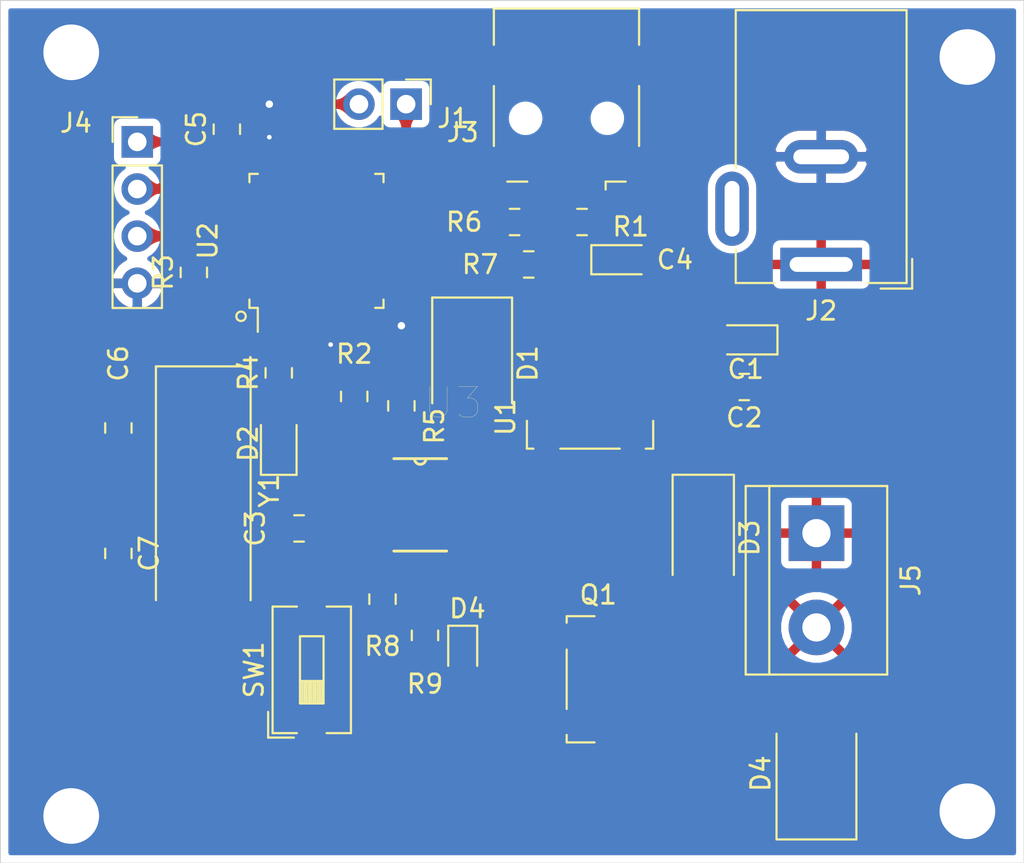
<source format=kicad_pcb>
(kicad_pcb (version 20171130) (host pcbnew "(5.1.5)-3")
  (layers (0 F.Cu signal) (31 B.Cu signal) (34 B.Paste user) (35 F.Paste user) (36 B.SilkS user) (37 F.SilkS user) (38 B.Mask user) (39 F.Mask user) (44 Edge.Cuts user))
  (net 0 "")
  (net 1 "Net-(C3-Pad2)")
  (net 2 "Net-(C6-Pad1)")
  (net 3 "Net-(C7-Pad2)")
  (net 4 "Net-(D2-Pad2)")
  (net 5 "Net-(D3-Pad2)")
  (net 6 "Net-(J1-Pad4)")
  (net 7 "Net-(J1-Pad3)")
  (net 8 "Net-(J1-Pad2)")
  (net 9 /RX)
  (net 10 /TX)
  (net 11 /CLK)
  (net 12 /DIO)
  (net 13 "Net-(R3-Pad2)")
  (net 14 /PWM_OUT)
  (net 15 /PWM_R)
  (net 16 /DP_ARM)
  (net 17 /DM_ARM)
  (net 18 "Net-(R8-Pad1)")
  (net 19 "Net-(U2-Pad46)")
  (net 20 "Net-(U2-Pad45)")
  (net 21 "Net-(U2-Pad43)")
  (net 22 "Net-(U2-Pad42)")
  (net 23 "Net-(U2-Pad41)")
  (net 24 "Net-(U2-Pad40)")
  (net 25 "Net-(U2-Pad39)")
  (net 26 "Net-(U2-Pad38)")
  (net 27 "Net-(U2-Pad29)")
  (net 28 "Net-(U2-Pad28)")
  (net 29 "Net-(U2-Pad27)")
  (net 30 "Net-(U2-Pad26)")
  (net 31 "Net-(U2-Pad25)")
  (net 32 "Net-(U2-Pad22)")
  (net 33 "Net-(U2-Pad21)")
  (net 34 "Net-(U2-Pad19)")
  (net 35 "Net-(U2-Pad18)")
  (net 36 "Net-(U2-Pad17)")
  (net 37 "Net-(U2-Pad16)")
  (net 38 "Net-(U2-Pad15)")
  (net 39 "Net-(U2-Pad14)")
  (net 40 "Net-(U2-Pad13)")
  (net 41 "Net-(U2-Pad12)")
  (net 42 "Net-(U2-Pad11)")
  (net 43 "Net-(U2-Pad4)")
  (net 44 "Net-(U2-Pad2)")
  (net 45 +3V3)
  (net 46 GND)
  (net 47 VDD)
  (net 48 "Net-(D4-Pad1)")
  (net 49 "Net-(J1-Pad1)")
  (net 50 "Net-(R4-Pad2)")
  (net 51 "Net-(U2-Pad20)")
  (net 52 "Net-(U3-Pad8)")
  (net 53 "Net-(U3-Pad5)")
  (net 54 "Net-(U3-Pad4)")
  (net 55 "Net-(U3-Pad1)")
  (module Connector_PinHeader_2.54mm:PinHeader_1x04_P2.54mm_Vertical (layer F.Cu) (at 164.592 38.862)
    (fp_text reference J4 (at -3.302 -1.016) (layer F.SilkS))
    (fp_text value SWD)
    (pad 4 thru_hole oval (at 0 7.62) (size 1.7 1.7) (drill 1) (layers *.Cu *.Mask) (net 46 GND))
    (pad 3 thru_hole oval (at 0 5.08) (size 1.7 1.7) (drill 1) (layers *.Cu *.Mask) (net 11 /CLK))
    (pad 2 thru_hole oval (at 0 2.54) (size 1.7 1.7) (drill 1) (layers *.Cu *.Mask) (net 45 +3V3))
    (pad 1 thru_hole rect (at 0 0) (size 1.7 1.7) (drill 1) (layers *.Cu *.Mask) (net 12 /DIO))
  )
  (module Resistor_SMD:R_0805_2012Metric (layer F.Cu) (at 167.64 45.8955 90)
    (fp_text reference R3 (at 0 -1.65 90) (layer F.SilkS))
    (fp_text value 10k)
    (pad 2 smd roundrect (at 0.9375 0 90) (size 0.975 1.4) (layers F.Cu F.Paste F.Mask) (net 13 "Net-(R3-Pad2)"))
    (pad 1 smd roundrect (at -0.9375 0 90) (size 0.975 1.4) (layers F.Cu F.Paste F.Mask) (net 46 GND))
  )
  (module Crystal:Crystal_SMD_HC49-SD (layer F.Cu) (at 168.148 57.658 270)
    (fp_text reference Y1 (at 0 -3.55 90) (layer F.SilkS))
    (fp_text value Crystal)
    (pad 2 smd rect (at 4.25 0 270) (size 4.5 2) (layers F.Cu F.Paste F.Mask) (net 3 "Net-(C7-Pad2)"))
    (pad 1 smd rect (at -4.25 0 270) (size 4.5 2) (layers F.Cu F.Paste F.Mask) (net 2 "Net-(C6-Pad1)"))
  )
  (module Package_TO_SOT_SMD:TO-252-2_TabPin1 (layer F.Cu) (at 188.976 53.117 90)
    (fp_text reference U1 (at -0.575 -4.55 90) (layer F.SilkS))
    (fp_text value LD1117S33TR_SOT223)
    (pad 2 smd rect (at 2.825 0 90) (size 7 7) (layers F.Cu F.Mask) (net 45 +3V3))
    (pad 3 smd rect (at -4.575 2.28 90) (size 3.5 2) (layers F.Cu F.Paste F.Mask) (net 47 VDD))
    (pad 1 smd rect (at -4.575 -2.3 90) (size 3.5 2) (layers F.Cu F.Paste F.Mask) (net 46 GND))
  )
  (module Package_TO_SOT_SMD:TO-252-2_TabPin1 (layer F.Cu) (at 189.992 67.818)
    (fp_text reference Q1 (at -0.575 -4.55) (layer F.SilkS))
    (fp_text value IRLZ44N)
    (pad 2 smd rect (at 2.825 0) (size 7 7) (layers F.Cu F.Mask) (net 5 "Net-(D3-Pad2)"))
    (pad 3 smd rect (at -4.575 2.28) (size 3.5 2) (layers F.Cu F.Paste F.Mask) (net 46 GND))
    (pad 1 smd rect (at -4.575 -2.3) (size 3.5 2) (layers F.Cu F.Paste F.Mask) (net 48 "Net-(D4-Pad1)"))
  )
  (module MOS_Drivers:SOIC127P600X175-8N (layer F.Cu) (at 179.832 58.42)
    (fp_text reference U3 (at 1.75579 -5.49641) (layer F.SilkS) (effects (font (size 1.642992 1.642992) (thickness 0.015))))
    (fp_text value IRS4427SPBF)
    (pad 8 smd rect (at 2.4638 -1.905) (size 1.9812 0.508) (layers F.Cu F.Paste F.Mask) (net 52 "Net-(U3-Pad8)"))
    (pad 7 smd rect (at 2.4638 -0.635) (size 1.9812 0.508) (layers F.Cu F.Paste F.Mask) (net 18 "Net-(R8-Pad1)"))
    (pad 6 smd rect (at 2.4638 0.635) (size 1.9812 0.508) (layers F.Cu F.Paste F.Mask) (net 47 VDD))
    (pad 5 smd rect (at 2.4638 1.905) (size 1.9812 0.508) (layers F.Cu F.Paste F.Mask) (net 53 "Net-(U3-Pad5)"))
    (pad 4 smd rect (at -2.4638 1.905) (size 1.9812 0.508) (layers F.Cu F.Paste F.Mask) (net 54 "Net-(U3-Pad4)"))
    (pad 3 smd rect (at -2.4638 0.635) (size 1.9812 0.508) (layers F.Cu F.Paste F.Mask) (net 46 GND))
    (pad 2 smd rect (at -2.4638 -0.635) (size 1.9812 0.508) (layers F.Cu F.Paste F.Mask) (net 15 /PWM_R))
    (pad 1 smd rect (at -2.4638 -1.905) (size 1.9812 0.508) (layers F.Cu F.Paste F.Mask) (net 55 "Net-(U3-Pad1)"))
  )
  (module Resistor_SMD:R_0805_2012Metric (layer F.Cu) (at 172.212 51.308 90)
    (fp_text reference R4 (at 0 -1.65 90) (layer F.SilkS))
    (fp_text value 10k)
    (pad 2 smd roundrect (at 0.9375 0 90) (size 0.975 1.4) (layers F.Cu F.Paste F.Mask) (net 50 "Net-(R4-Pad2)"))
    (pad 1 smd roundrect (at -0.9375 0 90) (size 0.975 1.4) (layers F.Cu F.Paste F.Mask) (net 4 "Net-(D2-Pad2)"))
  )
  (module Diode_SMD:D_MicroMELF (layer F.Cu) (at 182.118 66.294 270)
    (fp_text reference D4 (at -2.286 -0.254 180) (layer F.SilkS))
    (fp_text value ZM4740A_10V)
    (pad 2 smd rect (at 0.8 0 270) (size 0.8 1.2) (layers F.Cu F.Paste F.Mask) (net 46 GND))
    (pad 1 smd rect (at -0.8 0 270) (size 0.8 1.2) (layers F.Cu F.Paste F.Mask) (net 48 "Net-(D4-Pad1)"))
  )
  (module LED_SMD:LED_0805_2012Metric (layer F.Cu) (at 172.212 55.118 90)
    (fp_text reference D2 (at 0 -1.65 90) (layer F.SilkS))
    (fp_text value LED_Small)
    (pad 2 smd roundrect (at 0.9375 0 90) (size 0.975 1.4) (layers F.Cu F.Paste F.Mask) (net 4 "Net-(D2-Pad2)"))
    (pad 1 smd roundrect (at -0.9375 0 90) (size 0.975 1.4) (layers F.Cu F.Paste F.Mask) (net 46 GND))
  )
  (module Connector_PinHeader_2.54mm:PinHeader_1x02_P2.54mm_Vertical (layer F.Cu) (at 179.07 36.83 270)
    (fp_text reference J3 (at 1.524 -3.048 180) (layer F.SilkS))
    (fp_text value UART)
    (pad 2 thru_hole oval (at 0 2.54 270) (size 1.7 1.7) (drill 1) (layers *.Cu *.Mask) (net 9 /RX))
    (pad 1 thru_hole rect (at 0 0 270) (size 1.7 1.7) (drill 1) (layers *.Cu *.Mask) (net 10 /TX))
  )
  (module Package_QFP:LQFP-48_7x7mm_P0.5mm (layer F.Cu) (at 174.244 44.196 90)
    (fp_text reference U2 (at 0 -5.85 90) (layer F.SilkS))
    (fp_text value STM32F103C8Tx)
    (pad 48 smd roundrect (at -2.75 -4.1625 90) (size 0.3 1.475) (layers F.Cu F.Paste F.Mask) (net 45 +3V3))
    (pad 47 smd roundrect (at -2.25 -4.1625 90) (size 0.3 1.475) (layers F.Cu F.Paste F.Mask) (net 46 GND))
    (pad 46 smd roundrect (at -1.75 -4.1625 90) (size 0.3 1.475) (layers F.Cu F.Paste F.Mask) (net 19 "Net-(U2-Pad46)"))
    (pad 45 smd roundrect (at -1.25 -4.1625 90) (size 0.3 1.475) (layers F.Cu F.Paste F.Mask) (net 20 "Net-(U2-Pad45)"))
    (pad 44 smd roundrect (at -0.75 -4.1625 90) (size 0.3 1.475) (layers F.Cu F.Paste F.Mask) (net 13 "Net-(R3-Pad2)"))
    (pad 43 smd roundrect (at -0.25 -4.1625 90) (size 0.3 1.475) (layers F.Cu F.Paste F.Mask) (net 21 "Net-(U2-Pad43)"))
    (pad 42 smd roundrect (at 0.25 -4.1625 90) (size 0.3 1.475) (layers F.Cu F.Paste F.Mask) (net 22 "Net-(U2-Pad42)"))
    (pad 41 smd roundrect (at 0.75 -4.1625 90) (size 0.3 1.475) (layers F.Cu F.Paste F.Mask) (net 23 "Net-(U2-Pad41)"))
    (pad 40 smd roundrect (at 1.25 -4.1625 90) (size 0.3 1.475) (layers F.Cu F.Paste F.Mask) (net 24 "Net-(U2-Pad40)"))
    (pad 39 smd roundrect (at 1.75 -4.1625 90) (size 0.3 1.475) (layers F.Cu F.Paste F.Mask) (net 25 "Net-(U2-Pad39)"))
    (pad 38 smd roundrect (at 2.25 -4.1625 90) (size 0.3 1.475) (layers F.Cu F.Paste F.Mask) (net 26 "Net-(U2-Pad38)"))
    (pad 37 smd roundrect (at 2.75 -4.1625 90) (size 0.3 1.475) (layers F.Cu F.Paste F.Mask) (net 11 /CLK))
    (pad 36 smd roundrect (at 4.1625 -2.75 90) (size 1.475 0.3) (layers F.Cu F.Paste F.Mask) (net 45 +3V3))
    (pad 35 smd roundrect (at 4.1625 -2.25 90) (size 1.475 0.3) (layers F.Cu F.Paste F.Mask) (net 46 GND))
    (pad 34 smd roundrect (at 4.1625 -1.75 90) (size 1.475 0.3) (layers F.Cu F.Paste F.Mask) (net 12 /DIO))
    (pad 33 smd roundrect (at 4.1625 -1.25 90) (size 1.475 0.3) (layers F.Cu F.Paste F.Mask) (net 16 /DP_ARM))
    (pad 32 smd roundrect (at 4.1625 -0.75 90) (size 1.475 0.3) (layers F.Cu F.Paste F.Mask) (net 17 /DM_ARM))
    (pad 31 smd roundrect (at 4.1625 -0.25 90) (size 1.475 0.3) (layers F.Cu F.Paste F.Mask) (net 9 /RX))
    (pad 30 smd roundrect (at 4.1625 0.25 90) (size 1.475 0.3) (layers F.Cu F.Paste F.Mask) (net 10 /TX))
    (pad 29 smd roundrect (at 4.1625 0.75 90) (size 1.475 0.3) (layers F.Cu F.Paste F.Mask) (net 27 "Net-(U2-Pad29)"))
    (pad 28 smd roundrect (at 4.1625 1.25 90) (size 1.475 0.3) (layers F.Cu F.Paste F.Mask) (net 28 "Net-(U2-Pad28)"))
    (pad 27 smd roundrect (at 4.1625 1.75 90) (size 1.475 0.3) (layers F.Cu F.Paste F.Mask) (net 29 "Net-(U2-Pad27)"))
    (pad 26 smd roundrect (at 4.1625 2.25 90) (size 1.475 0.3) (layers F.Cu F.Paste F.Mask) (net 30 "Net-(U2-Pad26)"))
    (pad 25 smd roundrect (at 4.1625 2.75 90) (size 1.475 0.3) (layers F.Cu F.Paste F.Mask) (net 31 "Net-(U2-Pad25)"))
    (pad 24 smd roundrect (at 2.75 4.1625 90) (size 0.3 1.475) (layers F.Cu F.Paste F.Mask) (net 45 +3V3))
    (pad 23 smd roundrect (at 2.25 4.1625 90) (size 0.3 1.475) (layers F.Cu F.Paste F.Mask) (net 46 GND))
    (pad 22 smd roundrect (at 1.75 4.1625 90) (size 0.3 1.475) (layers F.Cu F.Paste F.Mask) (net 32 "Net-(U2-Pad22)"))
    (pad 21 smd roundrect (at 1.25 4.1625 90) (size 0.3 1.475) (layers F.Cu F.Paste F.Mask) (net 33 "Net-(U2-Pad21)"))
    (pad 20 smd roundrect (at 0.75 4.1625 90) (size 0.3 1.475) (layers F.Cu F.Paste F.Mask) (net 51 "Net-(U2-Pad20)"))
    (pad 19 smd roundrect (at 0.25 4.1625 90) (size 0.3 1.475) (layers F.Cu F.Paste F.Mask) (net 34 "Net-(U2-Pad19)"))
    (pad 18 smd roundrect (at -0.25 4.1625 90) (size 0.3 1.475) (layers F.Cu F.Paste F.Mask) (net 35 "Net-(U2-Pad18)"))
    (pad 17 smd roundrect (at -0.75 4.1625 90) (size 0.3 1.475) (layers F.Cu F.Paste F.Mask) (net 36 "Net-(U2-Pad17)"))
    (pad 16 smd roundrect (at -1.25 4.1625 90) (size 0.3 1.475) (layers F.Cu F.Paste F.Mask) (net 37 "Net-(U2-Pad16)"))
    (pad 15 smd roundrect (at -1.75 4.1625 90) (size 0.3 1.475) (layers F.Cu F.Paste F.Mask) (net 38 "Net-(U2-Pad15)"))
    (pad 14 smd roundrect (at -2.25 4.1625 90) (size 0.3 1.475) (layers F.Cu F.Paste F.Mask) (net 39 "Net-(U2-Pad14)"))
    (pad 13 smd roundrect (at -2.75 4.1625 90) (size 0.3 1.475) (layers F.Cu F.Paste F.Mask) (net 40 "Net-(U2-Pad13)"))
    (pad 12 smd roundrect (at -4.1625 2.75 90) (size 1.475 0.3) (layers F.Cu F.Paste F.Mask) (net 41 "Net-(U2-Pad12)"))
    (pad 11 smd roundrect (at -4.1625 2.25 90) (size 1.475 0.3) (layers F.Cu F.Paste F.Mask) (net 42 "Net-(U2-Pad11)"))
    (pad 10 smd roundrect (at -4.1625 1.75 90) (size 1.475 0.3) (layers F.Cu F.Paste F.Mask) (net 14 /PWM_OUT))
    (pad 9 smd roundrect (at -4.1625 1.25 90) (size 1.475 0.3) (layers F.Cu F.Paste F.Mask) (net 45 +3V3))
    (pad 8 smd roundrect (at -4.1625 0.75 90) (size 1.475 0.3) (layers F.Cu F.Paste F.Mask) (net 46 GND))
    (pad 7 smd roundrect (at -4.1625 0.25 90) (size 1.475 0.3) (layers F.Cu F.Paste F.Mask) (net 1 "Net-(C3-Pad2)"))
    (pad 6 smd roundrect (at -4.1625 -0.25 90) (size 1.475 0.3) (layers F.Cu F.Paste F.Mask) (net 3 "Net-(C7-Pad2)"))
    (pad 5 smd roundrect (at -4.1625 -0.75 90) (size 1.475 0.3) (layers F.Cu F.Paste F.Mask) (net 2 "Net-(C6-Pad1)"))
    (pad 4 smd roundrect (at -4.1625 -1.25 90) (size 1.475 0.3) (layers F.Cu F.Paste F.Mask) (net 43 "Net-(U2-Pad4)"))
    (pad 3 smd roundrect (at -4.1625 -1.75 90) (size 1.475 0.3) (layers F.Cu F.Paste F.Mask) (net 50 "Net-(R4-Pad2)"))
    (pad 2 smd roundrect (at -4.1625 -2.25 90) (size 1.475 0.3) (layers F.Cu F.Paste F.Mask) (net 44 "Net-(U2-Pad2)"))
    (pad 1 smd roundrect (at -4.1625 -2.75 90) (size 1.475 0.3) (layers F.Cu F.Paste F.Mask) (net 45 +3V3))
  )
  (module Diode_SMD:D_SMB (layer F.Cu) (at 201.168 72.898 90)
    (fp_text reference D4 (at 0 -3 90) (layer F.SilkS))
    (fp_text value 1.5KExxCA)
    (pad 2 smd rect (at 2.15 0 90) (size 2.5 2.3) (layers F.Cu F.Paste F.Mask) (net 5 "Net-(D3-Pad2)"))
    (pad 1 smd rect (at -2.15 0 90) (size 2.5 2.3) (layers F.Cu F.Paste F.Mask) (net 46 GND))
  )
  (module Diode_SMD:D_SMB (layer F.Cu) (at 182.626 50.8 270)
    (fp_text reference D1 (at 0 -3 90) (layer F.SilkS))
    (fp_text value 1.5KExxCA)
    (pad 2 smd rect (at 2.15 0 270) (size 2.5 2.3) (layers F.Cu F.Paste F.Mask) (net 46 GND))
    (pad 1 smd rect (at -2.15 0 270) (size 2.5 2.3) (layers F.Cu F.Paste F.Mask) (net 45 +3V3))
  )
  (module Button_Switch_SMD:SW_DIP_SPSTx01_Slide_6.7x4.1mm_W8.61mm_P2.54mm_LowProfile (layer F.Cu) (at 173.99 67.31 90)
    (fp_text reference SW1 (at 0 -3.11 90) (layer F.SilkS))
    (fp_text value RST)
    (pad 2 smd rect (at 4.305 0 90) (size 2.44 1.12) (layers F.Cu F.Paste F.Mask) (net 1 "Net-(C3-Pad2)"))
    (pad 1 smd rect (at -4.305 0 90) (size 2.44 1.12) (layers F.Cu F.Paste F.Mask) (net 46 GND))
  )
  (module Resistor_SMD:R_0805_2012Metric (layer F.Cu) (at 180.086 65.4535 90)
    (fp_text reference R9 (at -2.6185 0 180) (layer F.SilkS))
    (fp_text value 10k)
    (pad 2 smd roundrect (at 0.9375 0 90) (size 0.975 1.4) (layers F.Cu F.Paste F.Mask) (net 48 "Net-(D4-Pad1)"))
    (pad 1 smd roundrect (at -0.9375 0 90) (size 0.975 1.4) (layers F.Cu F.Paste F.Mask) (net 46 GND))
  )
  (module Resistor_SMD:R_0805_2012Metric (layer F.Cu) (at 177.8 63.5 270)
    (fp_text reference R8 (at 2.54 0 180) (layer F.SilkS))
    (fp_text value 500)
    (pad 2 smd roundrect (at 0.9375 0 270) (size 0.975 1.4) (layers F.Cu F.Paste F.Mask) (net 48 "Net-(D4-Pad1)"))
    (pad 1 smd roundrect (at -0.9375 0 270) (size 0.975 1.4) (layers F.Cu F.Paste F.Mask) (net 18 "Net-(R8-Pad1)"))
  )
  (module Resistor_SMD:R_0805_2012Metric (layer F.Cu) (at 185.674 45.466 180)
    (fp_text reference R7 (at 2.6185 0) (layer F.SilkS))
    (fp_text value 22)
    (pad 2 smd roundrect (at 0.9375 0 180) (size 0.975 1.4) (layers F.Cu F.Paste F.Mask) (net 17 /DM_ARM))
    (pad 1 smd roundrect (at -0.9375 0 180) (size 0.975 1.4) (layers F.Cu F.Paste F.Mask) (net 8 "Net-(J1-Pad2)"))
  )
  (module Resistor_SMD:R_0805_2012Metric (layer F.Cu) (at 184.912 43.18 180)
    (fp_text reference R6 (at 2.7155 0) (layer F.SilkS))
    (fp_text value 22)
    (pad 2 smd roundrect (at 0.9375 0 180) (size 0.975 1.4) (layers F.Cu F.Paste F.Mask) (net 16 /DP_ARM))
    (pad 1 smd roundrect (at -0.9375 0 180) (size 0.975 1.4) (layers F.Cu F.Paste F.Mask) (net 7 "Net-(J1-Pad3)"))
  )
  (module Resistor_SMD:R_0805_2012Metric (layer F.Cu) (at 178.816 53.086 90)
    (fp_text reference R5 (at -1.0945 1.778 90) (layer F.SilkS))
    (fp_text value 10)
    (pad 2 smd roundrect (at 0.9375 0 90) (size 0.975 1.4) (layers F.Cu F.Paste F.Mask) (net 14 /PWM_OUT))
    (pad 1 smd roundrect (at -0.9375 0 90) (size 0.975 1.4) (layers F.Cu F.Paste F.Mask) (net 15 /PWM_R))
  )
  (module Resistor_SMD:R_0805_2012Metric (layer F.Cu) (at 176.276 52.578 270)
    (fp_text reference R2 (at -2.286 0) (layer F.SilkS))
    (fp_text value 1k)
    (pad 2 smd roundrect (at 0.9375 0 270) (size 0.975 1.4) (layers F.Cu F.Paste F.Mask) (net 1 "Net-(C3-Pad2)"))
    (pad 1 smd roundrect (at -0.9375 0 270) (size 0.975 1.4) (layers F.Cu F.Paste F.Mask) (net 45 +3V3))
  )
  (module Resistor_SMD:R_0805_2012Metric (layer F.Cu) (at 188.5465 43.18 180)
    (fp_text reference R1 (at -2.6185 -0.254) (layer F.SilkS))
    (fp_text value 1.5k)
    (pad 2 smd roundrect (at 0.9375 0 180) (size 0.975 1.4) (layers F.Cu F.Paste F.Mask) (net 7 "Net-(J1-Pad3)"))
    (pad 1 smd roundrect (at -0.9375 0 180) (size 0.975 1.4) (layers F.Cu F.Paste F.Mask) (net 45 +3V3))
  )
  (module TerminalBlock:TerminalBlock_bornier-2_P5.08mm (layer F.Cu) (at 201.168 59.944 270)
    (fp_text reference J5 (at 2.54 -5.08 90) (layer F.SilkS))
    (fp_text value FAN)
    (pad 2 thru_hole circle (at 5.08 0 270) (size 3 3) (drill 1.52) (layers *.Cu *.Mask) (net 5 "Net-(D3-Pad2)"))
    (pad 1 thru_hole rect (at 0 0 270) (size 3 3) (drill 1.52) (layers *.Cu *.Mask) (net 47 VDD))
  )
  (module Connector_BarrelJack:BarrelJack_Wuerth_6941xx301002 (layer F.Cu) (at 201.422 45.466 180)
    (fp_text reference J2 (at 0 -2.5) (layer F.SilkS))
    (fp_text value Jack-DC)
    (pad 1 thru_hole rect (at 0 0 180) (size 4.4 1.8) (drill oval 3.4 0.8) (layers *.Cu *.Mask) (net 47 VDD))
    (pad 2 thru_hole oval (at 0 5.8 180) (size 4 1.8) (drill oval 3 0.8) (layers *.Cu *.Mask) (net 46 GND))
    (pad 3 thru_hole oval (at 4.8 3 270) (size 4 1.8) (drill oval 3 0.8) (layers *.Cu *.Mask))
  )
  (module Connector_USB:USB_Mini-B_Lumberg_2486_01_Horizontal (layer F.Cu) (at 187.706 37.592 180)
    (fp_text reference J1 (at 6.096 0 180) (layer F.SilkS))
    (fp_text value USB_B_Micro)
    (pad "" np_thru_hole circle (at 2.2 0 180) (size 1 1) (drill 1) (layers *.Cu *.Mask))
    (pad "" np_thru_hole circle (at -2.2 0 180) (size 1 1) (drill 1) (layers *.Cu *.Mask))
    (pad 6 smd rect (at 4.45 2.85 180) (size 2 1.7) (layers F.Cu F.Paste F.Mask) (net 46 GND))
    (pad 6 smd rect (at 4.45 -2.6 180) (size 2 1.7) (layers F.Cu F.Paste F.Mask) (net 46 GND))
    (pad 6 smd rect (at -4.45 2.85 180) (size 2 1.7) (layers F.Cu F.Paste F.Mask) (net 46 GND))
    (pad 6 smd rect (at -4.45 -2.6 180) (size 2 1.7) (layers F.Cu F.Paste F.Mask) (net 46 GND))
    (pad 5 smd rect (at 1.6 -2.7 180) (size 0.5 2) (layers F.Cu F.Paste F.Mask) (net 46 GND))
    (pad 4 smd rect (at 0.8 -2.7 180) (size 0.5 2) (layers F.Cu F.Paste F.Mask) (net 6 "Net-(J1-Pad4)"))
    (pad 3 smd rect (at 0 -2.7 180) (size 0.5 2) (layers F.Cu F.Paste F.Mask) (net 7 "Net-(J1-Pad3)"))
    (pad 2 smd rect (at -0.8 -2.7 180) (size 0.5 2) (layers F.Cu F.Paste F.Mask) (net 8 "Net-(J1-Pad2)"))
    (pad 1 smd rect (at -1.6 -2.7 180) (size 0.5 2) (layers F.Cu F.Paste F.Mask) (net 49 "Net-(J1-Pad1)"))
  )
  (module Diode_SMD:D_SMA (layer F.Cu) (at 195.072 60.198 270)
    (fp_text reference D3 (at 0 -2.5 90) (layer F.SilkS))
    (fp_text value B120-E3)
    (pad 2 smd rect (at 2 0 270) (size 2.5 1.8) (layers F.Cu F.Paste F.Mask) (net 5 "Net-(D3-Pad2)"))
    (pad 1 smd rect (at -2 0 270) (size 2.5 1.8) (layers F.Cu F.Paste F.Mask) (net 47 VDD))
  )
  (module Capacitor_SMD:C_0805_2012Metric (layer F.Cu) (at 163.576 61.0385 270)
    (fp_text reference C7 (at 0 -1.65 90) (layer F.SilkS))
    (fp_text value 22pF)
    (pad 2 smd roundrect (at 0.9375 0 270) (size 0.975 1.4) (layers F.Cu F.Paste F.Mask) (net 3 "Net-(C7-Pad2)"))
    (pad 1 smd roundrect (at -0.9375 0 270) (size 0.975 1.4) (layers F.Cu F.Paste F.Mask) (net 46 GND))
  )
  (module Capacitor_SMD:C_0805_2012Metric (layer F.Cu) (at 163.576 54.2775 270)
    (fp_text reference C6 (at -3.4775 0 90) (layer F.SilkS))
    (fp_text value 22pF)
    (pad 2 smd roundrect (at 0.9375 0 270) (size 0.975 1.4) (layers F.Cu F.Paste F.Mask) (net 46 GND))
    (pad 1 smd roundrect (at -0.9375 0 270) (size 0.975 1.4) (layers F.Cu F.Paste F.Mask) (net 2 "Net-(C6-Pad1)"))
  )
  (module Capacitor_SMD:C_0805_2012Metric (layer F.Cu) (at 169.418 38.1785 90)
    (fp_text reference C5 (at 0 -1.65 90) (layer F.SilkS))
    (fp_text value 100pF)
    (pad 2 smd roundrect (at 0.9375 0 90) (size 0.975 1.4) (layers F.Cu F.Paste F.Mask) (net 46 GND))
    (pad 1 smd roundrect (at -0.9375 0 90) (size 0.975 1.4) (layers F.Cu F.Paste F.Mask) (net 45 +3V3))
  )
  (module Capacitor_Tantalum_SMD:CP_EIA-2012-12_Kemet-R (layer F.Cu) (at 190.754 45.212)
    (fp_text reference C4 (at 2.794 0) (layer F.SilkS))
    (fp_text value 10uF)
    (pad 2 smd roundrect (at 0.8875 0) (size 1.125 1.05) (layers F.Cu F.Paste F.Mask) (roundrect_rratio 0.238095) (net 46 GND))
    (pad 1 smd roundrect (at -0.8875 0) (size 1.125 1.05) (layers F.Cu F.Paste F.Mask) (roundrect_rratio 0.238095) (net 45 +3V3))
  )
  (module Capacitor_SMD:C_0805_2012Metric (layer F.Cu) (at 173.3065 59.69)
    (fp_text reference C3 (at -2.3645 0 -90) (layer F.SilkS))
    (fp_text value 0.1uF)
    (pad 2 smd roundrect (at 0.9375 0) (size 0.975 1.4) (layers F.Cu F.Paste F.Mask) (net 1 "Net-(C3-Pad2)"))
    (pad 1 smd roundrect (at -0.9375 0) (size 0.975 1.4) (layers F.Cu F.Paste F.Mask) (net 46 GND))
  )
  (module Capacitor_SMD:C_0805_2012Metric (layer F.Cu) (at 197.2795 52.07 180)
    (fp_text reference C2 (at 0 -1.65) (layer F.SilkS))
    (fp_text value 100pF)
    (pad 2 smd roundrect (at 0.9375 0 180) (size 0.975 1.4) (layers F.Cu F.Paste F.Mask) (net 46 GND))
    (pad 1 smd roundrect (at -0.9375 0 180) (size 0.975 1.4) (layers F.Cu F.Paste F.Mask) (net 47 VDD))
  )
  (module Capacitor_Tantalum_SMD:CP_EIA-2012-12_Kemet-R (layer F.Cu) (at 197.358 49.53 180)
    (fp_text reference C1 (at 0 -1.58) (layer F.SilkS))
    (fp_text value 22uF)
    (pad 2 smd roundrect (at 0.8875 0 180) (size 1.125 1.05) (layers F.Cu F.Paste F.Mask) (roundrect_rratio 0.238095) (net 46 GND))
    (pad 1 smd roundrect (at -0.8875 0 180) (size 1.125 1.05) (layers F.Cu F.Paste F.Mask) (roundrect_rratio 0.238095) (net 47 VDD))
  )
  (gr_text "TCL V1.1" (at 164.592 68.834) (layer F.Cu) (effects (font (size 1.5 1.5) (thickness 0.3))))
  (gr_circle (center 170.18 48.26) (end 170.434 48.26) (layer F.SilkS) (width 0.12))
  (gr_line (start 157.226 31.242) (end 157.226 32.766) (layer Edge.Cuts) (width 0.05))
  (gr_line (start 212.344 31.242) (end 157.226 31.242) (layer Edge.Cuts) (width 0.05))
  (gr_line (start 212.344 77.724) (end 212.344 31.242) (layer Edge.Cuts) (width 0.05))
  (gr_line (start 157.226 77.724) (end 212.344 77.724) (layer Edge.Cuts) (width 0.05))
  (gr_line (start 157.226 32.766) (end 157.226 77.724) (layer Edge.Cuts) (width 0.05))
  (segment (start 174.494 48.3585) (end 174.494 53.336) (width 0.25) (layer F.Cu) (net 1))
  (segment (start 174.6735 53.5155) (end 176.276 53.5155) (width 0.25) (layer F.Cu) (net 1))
  (segment (start 174.494 53.336) (end 174.6735 53.5155) (width 0.25) (layer F.Cu) (net 1))
  (segment (start 174.244 60.831) (end 174.244 59.69) (width 0.7) (layer F.Cu) (net 1))
  (segment (start 173.99 63.005) (end 173.99 61.085) (width 0.7) (layer F.Cu) (net 1))
  (segment (start 173.99 61.085) (end 174.244 60.831) (width 0.7) (layer F.Cu) (net 1))
  (segment (start 174.51901 56.36699) (end 176.276 54.61) (width 0.4) (layer F.Cu) (net 1))
  (segment (start 176.276 54.61) (end 176.276 53.5155) (width 0.4) (layer F.Cu) (net 1))
  (segment (start 174.51901 57.617466) (end 174.51901 56.36699) (width 0.4) (layer F.Cu) (net 1))
  (segment (start 174.244 59.69) (end 174.244 57.892476) (width 0.4) (layer F.Cu) (net 1))
  (segment (start 174.244 57.892476) (end 174.51901 57.617466) (width 0.4) (layer F.Cu) (net 1))
  (segment (start 168.08 53.34) (end 168.148 53.408) (width 0.5) (layer F.Cu) (net 2))
  (segment (start 163.576 53.34) (end 168.08 53.34) (width 0.7) (layer F.Cu) (net 2))
  (segment (start 173.494 57.138) (end 173.494 48.3585) (width 0.25) (layer F.Cu) (net 2))
  (segment (start 172.974 57.658) (end 173.494 57.138) (width 0.25) (layer F.Cu) (net 2))
  (segment (start 168.656 57.658) (end 172.974 57.658) (width 0.25) (layer F.Cu) (net 2))
  (segment (start 168.148 53.408) (end 168.148 57.15) (width 0.25) (layer F.Cu) (net 2))
  (segment (start 168.148 57.15) (end 168.656 57.658) (width 0.25) (layer F.Cu) (net 2))
  (segment (start 168.148 61.908) (end 168.148 58.674) (width 0.25) (layer F.Cu) (net 3))
  (segment (start 168.148 58.674) (end 168.656 58.166) (width 0.25) (layer F.Cu) (net 3))
  (segment (start 168.656 58.166) (end 173.228 58.166) (width 0.25) (layer F.Cu) (net 3))
  (segment (start 173.994 57.4) (end 173.994 48.3585) (width 0.25) (layer F.Cu) (net 3))
  (segment (start 173.228 58.166) (end 173.994 57.4) (width 0.25) (layer F.Cu) (net 3))
  (segment (start 168.08 61.976) (end 168.148 61.908) (width 0.5) (layer F.Cu) (net 3))
  (segment (start 163.576 61.976) (end 168.08 61.976) (width 0.7) (layer F.Cu) (net 3))
  (segment (start 172.212 52.2455) (end 172.212 54.1805) (width 0.7) (layer F.Cu) (net 4))
  (segment (start 187.5305 43.18) (end 185.8495 43.18) (width 0.7) (layer F.Cu) (net 7))
  (segment (start 187.706 43.083) (end 187.609 43.18) (width 0.4) (layer F.Cu) (net 7))
  (segment (start 187.706 40.292) (end 187.706 43.083) (width 0.4) (layer F.Cu) (net 7))
  (segment (start 188.506 40.292) (end 188.506 44.92) (width 0.4) (layer F.Cu) (net 8))
  (segment (start 187.96 45.466) (end 186.6115 45.466) (width 0.4) (layer F.Cu) (net 8))
  (segment (start 188.506 44.92) (end 187.96 45.466) (width 0.4) (layer F.Cu) (net 8))
  (segment (start 176.53 36.83) (end 175.327919 36.83) (width 0.5) (layer F.Cu) (net 9))
  (segment (start 174.244 36.83) (end 174.06901 37.00499) (width 0.5) (layer F.Cu) (net 9))
  (segment (start 175.327919 36.83) (end 174.244 36.83) (width 0.5) (layer F.Cu) (net 9))
  (segment (start 173.994 40.0335) (end 173.994 37.088) (width 0.25) (layer F.Cu) (net 9))
  (segment (start 173.994 37.08) (end 173.99 37.084) (width 0.25) (layer F.Cu) (net 9))
  (segment (start 173.994 37.088) (end 173.99 37.084) (width 0.25) (layer F.Cu) (net 9))
  (segment (start 173.99 37.084) (end 174.06901 37.00499) (width 0.25) (layer F.Cu) (net 9))
  (segment (start 179.07 38.18) (end 178.896 38.354) (width 0.5) (layer F.Cu) (net 10))
  (segment (start 179.07 36.83) (end 179.07 38.18) (width 0.5) (layer F.Cu) (net 10))
  (segment (start 178.896 38.354) (end 175.514 38.354) (width 0.5) (layer F.Cu) (net 10))
  (segment (start 174.494 40.0335) (end 174.494 38.612) (width 0.25) (layer F.Cu) (net 10))
  (segment (start 174.752 38.354) (end 175.514 38.354) (width 0.25) (layer F.Cu) (net 10))
  (segment (start 174.494 38.612) (end 174.752 38.354) (width 0.25) (layer F.Cu) (net 10))
  (segment (start 168.104 41.446) (end 170.0815 41.446) (width 0.25) (layer F.Cu) (net 11))
  (segment (start 168.104 41.446) (end 167.85 41.446) (width 0.5) (layer F.Cu) (net 11))
  (segment (start 167.85 41.446) (end 166.878 42.418) (width 0.5) (layer F.Cu) (net 11))
  (segment (start 166.878 42.418) (end 166.878 43.18) (width 0.5) (layer F.Cu) (net 11))
  (segment (start 166.116 43.942) (end 164.592 43.942) (width 0.5) (layer F.Cu) (net 11))
  (segment (start 166.878 43.18) (end 166.116 43.942) (width 0.5) (layer F.Cu) (net 11))
  (segment (start 172.494 40.0335) (end 172.494 38.128) (width 0.25) (layer F.Cu) (net 12))
  (segment (start 172.494 38.128) (end 172.466 38.1) (width 0.25) (layer F.Cu) (net 12))
  (segment (start 172.466 38.1) (end 172.212 37.846) (width 0.25) (layer F.Cu) (net 12))
  (segment (start 172.212 37.846) (end 171.704 37.846) (width 0.25) (layer F.Cu) (net 12))
  (segment (start 171.704 37.846) (end 170.942 37.846) (width 0.4) (layer F.Cu) (net 12))
  (segment (start 170.55951 38.22849) (end 167.25751 38.22849) (width 0.4) (layer F.Cu) (net 12))
  (segment (start 170.942 37.846) (end 170.55951 38.22849) (width 0.4) (layer F.Cu) (net 12))
  (segment (start 166.624 38.862) (end 164.592 38.862) (width 0.4) (layer F.Cu) (net 12))
  (segment (start 167.25751 38.22849) (end 166.624 38.862) (width 0.4) (layer F.Cu) (net 12))
  (segment (start 167.652 44.946) (end 167.64 44.958) (width 0.25) (layer F.Cu) (net 13))
  (segment (start 170.0815 44.946) (end 167.652 44.946) (width 0.25) (layer F.Cu) (net 13))
  (segment (start 178.816 52.1485) (end 178.816 51.054) (width 0.5) (layer F.Cu) (net 14))
  (segment (start 178.816 51.054) (end 178.308 50.546) (width 0.5) (layer F.Cu) (net 14))
  (segment (start 178.308 50.546) (end 177.292 50.546) (width 0.5) (layer F.Cu) (net 14))
  (segment (start 176.784 50.546) (end 177.292 50.546) (width 0.25) (layer F.Cu) (net 14))
  (segment (start 175.994 49.284588) (end 176.031011 49.321599) (width 0.25) (layer F.Cu) (net 14))
  (segment (start 175.994 48.3585) (end 175.994 49.284588) (width 0.25) (layer F.Cu) (net 14))
  (segment (start 176.031011 49.321599) (end 176.031011 50.301011) (width 0.25) (layer F.Cu) (net 14))
  (segment (start 176.276 50.546) (end 176.784 50.546) (width 0.25) (layer F.Cu) (net 14))
  (segment (start 176.031011 50.301011) (end 176.276 50.546) (width 0.25) (layer F.Cu) (net 14))
  (segment (start 179.197 57.785) (end 177.3682 57.785) (width 0.5) (layer F.Cu) (net 15))
  (segment (start 180.34 56.642) (end 179.197 57.785) (width 0.5) (layer F.Cu) (net 15))
  (segment (start 178.816 54.0235) (end 180.0075 54.0235) (width 0.5) (layer F.Cu) (net 15))
  (segment (start 180.34 54.356) (end 180.34 56.642) (width 0.5) (layer F.Cu) (net 15))
  (segment (start 180.0075 54.0235) (end 180.34 54.356) (width 0.5) (layer F.Cu) (net 15))
  (segment (start 173.82801 34.70599) (end 173.228 35.306) (width 0.4) (layer F.Cu) (net 16))
  (segment (start 180.94001 34.70599) (end 173.82801 34.70599) (width 0.4) (layer F.Cu) (net 16))
  (segment (start 181.61 35.37598) (end 181.61 35.56) (width 0.4) (layer F.Cu) (net 16))
  (segment (start 180.94001 34.70599) (end 181.61 35.37598) (width 0.4) (layer F.Cu) (net 16))
  (segment (start 172.994 35.54) (end 173.228 35.306) (width 0.25) (layer F.Cu) (net 16))
  (segment (start 172.994 40.0335) (end 172.994 35.54) (width 0.25) (layer F.Cu) (net 16))
  (segment (start 181.61 35.37598) (end 181.61 42.926) (width 0.4) (layer F.Cu) (net 16))
  (segment (start 181.864 43.18) (end 183.9745 43.18) (width 0.4) (layer F.Cu) (net 16))
  (segment (start 181.61 42.926) (end 181.864 43.18) (width 0.4) (layer F.Cu) (net 16))
  (segment (start 173.494 40.0335) (end 173.494 36.056) (width 0.25) (layer F.Cu) (net 17))
  (segment (start 173.494 36.056) (end 173.736 35.814) (width 0.25) (layer F.Cu) (net 17))
  (segment (start 174.244 35.306) (end 173.736 35.814) (width 0.4) (layer F.Cu) (net 17))
  (segment (start 180.86501 44.97501) (end 180.86501 35.57701) (width 0.4) (layer F.Cu) (net 17))
  (segment (start 184.7365 45.466) (end 181.356 45.466) (width 0.4) (layer F.Cu) (net 17))
  (segment (start 180.86501 35.57701) (end 180.594 35.306) (width 0.4) (layer F.Cu) (net 17))
  (segment (start 181.356 45.466) (end 180.86501 44.97501) (width 0.4) (layer F.Cu) (net 17))
  (segment (start 180.594 35.306) (end 174.244 35.306) (width 0.4) (layer F.Cu) (net 17))
  (segment (start 183.0578 57.785) (end 181.5672 57.785) (width 0.5) (layer F.Cu) (net 18))
  (segment (start 179.2455 62.5625) (end 178.054 62.5625) (width 0.5) (layer F.Cu) (net 18))
  (segment (start 179.578 62.23) (end 179.2455 62.5625) (width 0.5) (layer F.Cu) (net 18))
  (segment (start 182.2958 57.785) (end 180.213 57.785) (width 0.5) (layer F.Cu) (net 18))
  (segment (start 179.578 58.42) (end 179.578 62.23) (width 0.5) (layer F.Cu) (net 18))
  (segment (start 180.213 57.785) (end 179.578 58.42) (width 0.5) (layer F.Cu) (net 18))
  (segment (start 171.494 46.692) (end 171.494 48.3585) (width 0.25) (layer F.Cu) (net 45))
  (segment (start 178.23901 41.47099) (end 176.71501 41.47099) (width 0.25) (layer F.Cu) (net 45))
  (segment (start 178.264 41.446) (end 178.23901 41.47099) (width 0.25) (layer F.Cu) (net 45))
  (segment (start 178.4065 41.446) (end 178.264 41.446) (width 0.25) (layer F.Cu) (net 45))
  (segment (start 171.24 46.946) (end 172.212 45.974) (width 0.25) (layer F.Cu) (net 45))
  (segment (start 170.0815 46.946) (end 171.24 46.946) (width 0.25) (layer F.Cu) (net 45))
  (segment (start 172.212 45.974) (end 171.494 46.692) (width 0.25) (layer F.Cu) (net 45))
  (segment (start 187.334 48.65) (end 188.976 50.292) (width 0.7) (layer F.Cu) (net 45))
  (segment (start 182.626 48.65) (end 187.334 48.65) (width 0.7) (layer F.Cu) (net 45))
  (segment (start 181.226 48.65) (end 180.34 47.764) (width 0.25) (layer F.Cu) (net 45))
  (segment (start 182.626 48.65) (end 181.226 48.65) (width 0.25) (layer F.Cu) (net 45))
  (segment (start 180.34 47.764) (end 180.34 41.656) (width 0.25) (layer F.Cu) (net 45))
  (segment (start 180.13 41.446) (end 178.4065 41.446) (width 0.25) (layer F.Cu) (net 45))
  (segment (start 180.34 41.656) (end 180.13 41.446) (width 0.25) (layer F.Cu) (net 45))
  (segment (start 189.8665 49.4015) (end 188.976 50.292) (width 0.5) (layer F.Cu) (net 45))
  (segment (start 189.8665 45.212) (end 189.8665 49.4015) (width 0.7) (layer F.Cu) (net 45))
  (segment (start 189.484 44.8295) (end 189.8665 45.212) (width 0.5) (layer F.Cu) (net 45))
  (segment (start 189.484 43.18) (end 189.484 44.8295) (width 0.5) (layer F.Cu) (net 45))
  (segment (start 171.379702 39.116) (end 169.418 39.116) (width 0.25) (layer F.Cu) (net 45))
  (segment (start 171.494 40.0335) (end 171.494 39.230298) (width 0.25) (layer F.Cu) (net 45))
  (segment (start 171.494 39.230298) (end 171.379702 39.116) (width 0.25) (layer F.Cu) (net 45))
  (segment (start 171.494 40.0335) (end 171.494 41.192) (width 0.25) (layer F.Cu) (net 45))
  (segment (start 169.418 39.878) (end 169.418 39.116) (width 0.5) (layer F.Cu) (net 45))
  (segment (start 168.91 40.386) (end 169.418 39.878) (width 0.5) (layer F.Cu) (net 45))
  (segment (start 164.592 41.402) (end 165.794081 41.402) (width 0.5) (layer F.Cu) (net 45))
  (segment (start 166.810081 40.386) (end 168.91 40.386) (width 0.5) (layer F.Cu) (net 45))
  (segment (start 165.794081 41.402) (end 166.810081 40.386) (width 0.5) (layer F.Cu) (net 45))
  (segment (start 175.494 48.3585) (end 175.494 49.420998) (width 0.25) (layer F.Cu) (net 45))
  (segment (start 175.581001 49.507999) (end 175.581001 50.478999) (width 0.25) (layer F.Cu) (net 45))
  (segment (start 175.494 49.420998) (end 175.581001 49.507999) (width 0.25) (layer F.Cu) (net 45))
  (segment (start 175.581001 50.478999) (end 175.26 50.8) (width 0.25) (layer F.Cu) (net 45))
  (segment (start 175.26 50.8) (end 175.26 51.562) (width 0.25) (layer F.Cu) (net 45))
  (segment (start 175.3385 51.6405) (end 176.276 51.6405) (width 0.25) (layer F.Cu) (net 45))
  (segment (start 175.26 51.562) (end 175.3385 51.6405) (width 0.25) (layer F.Cu) (net 45))
  (segment (start 176.71501 41.47099) (end 174.244 43.942) (width 0.4) (layer F.Cu) (net 45))
  (segment (start 171.494 41.192) (end 174.244 43.942) (width 0.4) (layer F.Cu) (net 45))
  (segment (start 174.244 43.942) (end 172.212 45.974) (width 0.4) (layer F.Cu) (net 45))
  (segment (start 175.494 48.3585) (end 175.494 46.756) (width 0.25) (layer F.Cu) (net 45))
  (segment (start 175.494 45.192) (end 174.244 43.942) (width 0.4) (layer F.Cu) (net 45))
  (segment (start 175.494 46.756) (end 175.494 45.192) (width 0.4) (layer F.Cu) (net 45))
  (via (at 175.006 49.784) (size 0.5) (drill 0.25) (layers F.Cu B.Cu) (net 46))
  (via (at 161.036 75.184) (size 4) (drill 3) (layers F.Cu B.Cu) (net 46))
  (via (at 209.296 74.93) (size 4) (drill 3) (layers F.Cu B.Cu) (net 46))
  (via (at 209.296 34.29) (size 4) (drill 3) (layers F.Cu B.Cu) (net 46))
  (via (at 161.036 34.036) (size 4) (drill 3) (layers F.Cu B.Cu) (net 46))
  (segment (start 168.027 46.446) (end 167.64 46.833) (width 0.25) (layer F.Cu) (net 46))
  (segment (start 170.0815 46.446) (end 168.027 46.446) (width 0.25) (layer F.Cu) (net 46))
  (segment (start 178.4065 41.946) (end 179.36 41.946) (width 0.25) (layer F.Cu) (net 46))
  (segment (start 181.226 52.95) (end 182.626 52.95) (width 0.25) (layer F.Cu) (net 46))
  (segment (start 179.88999 42.47599) (end 179.88999 51.61399) (width 0.25) (layer F.Cu) (net 46))
  (segment (start 179.88999 51.61399) (end 181.226 52.95) (width 0.25) (layer F.Cu) (net 46))
  (segment (start 179.36 41.946) (end 179.88999 42.47599) (width 0.25) (layer F.Cu) (net 46))
  (via (at 178.816 48.768) (size 0.8) (drill 0.4) (layers F.Cu B.Cu) (net 46))
  (via (at 171.704 36.83) (size 0.8) (drill 0.4) (layers F.Cu B.Cu) (net 46))
  (segment (start 175.006 48.3705) (end 174.994 48.3585) (width 0.25) (layer F.Cu) (net 46))
  (segment (start 175.006 49.784) (end 175.006 48.3705) (width 0.25) (layer F.Cu) (net 46))
  (segment (start 171.994 40.0335) (end 171.994 38.898) (width 0.25) (layer F.Cu) (net 46))
  (via (at 171.704 38.608) (size 0.5) (drill 0.25) (layers F.Cu B.Cu) (net 46))
  (segment (start 171.994 38.898) (end 171.704 38.608) (width 0.25) (layer F.Cu) (net 46))
  (segment (start 191.256 59.942) (end 191.256 57.692) (width 0.5) (layer F.Cu) (net 47))
  (segment (start 191 60.198) (end 191.256 59.942) (width 0.5) (layer F.Cu) (net 47))
  (segment (start 182.2958 59.055) (end 183.7864 59.055) (width 0.5) (layer F.Cu) (net 47))
  (segment (start 183.7864 59.055) (end 184.404 59.6726) (width 0.5) (layer F.Cu) (net 47))
  (segment (start 184.404 59.6726) (end 184.404 59.944) (width 0.5) (layer F.Cu) (net 47))
  (segment (start 184.404 59.944) (end 184.658 60.198) (width 0.5) (layer F.Cu) (net 47))
  (segment (start 184.658 60.198) (end 191 60.198) (width 0.5) (layer F.Cu) (net 47))
  (segment (start 182.142 65.518) (end 182.118 65.494) (width 0.5) (layer F.Cu) (net 48))
  (segment (start 185.417 65.518) (end 182.142 65.518) (width 0.7) (layer F.Cu) (net 48))
  (segment (start 182.04 64.516) (end 181.102 64.516) (width 0.7) (layer F.Cu) (net 48))
  (segment (start 182.118 64.594) (end 182.04 64.516) (width 0.7) (layer F.Cu) (net 48))
  (segment (start 182.118 65.494) (end 182.118 64.594) (width 0.7) (layer F.Cu) (net 48))
  (segment (start 180.086 64.516) (end 181.102 64.516) (width 0.7) (layer F.Cu) (net 48))
  (segment (start 180.0075 64.4375) (end 180.086 64.516) (width 0.5) (layer F.Cu) (net 48))
  (segment (start 177.8 64.4375) (end 180.0075 64.4375) (width 0.7) (layer F.Cu) (net 48))
  (segment (start 172.494 49.096) (end 172.494 48.3585) (width 0.2) (layer F.Cu) (net 50))
  (segment (start 172.212 49.883) (end 172.494 49.601) (width 0.2) (layer F.Cu) (net 50))
  (segment (start 172.494 49.601) (end 172.494 49.096) (width 0.2) (layer F.Cu) (net 50))
  (segment (start 172.212 50.3705) (end 172.212 49.883) (width 0.2) (layer F.Cu) (net 50))
  (zone (net 5) (net_name "Net-(D3-Pad2)") (layer F.Cu) (priority 1) (connect_pads (clearance 0.4)) (min_thickness 0.254) (fill yes (arc_segments 32) (thermal_gap 0.508) (thermal_bridge_width 0.508) (smoothing fillet) (radius 0.4))
    (polygon (pts (xy 197.104 62.738) (xy 205.232 62.738) (xy 205.232 72.39) (xy 187.706 72.39) (xy 187.706 61.468) (xy 197.104 61.468)))
  )
  (zone (net 47) (net_name VDD) (layer F.Cu) (priority 1) (connect_pads (clearance 0.4)) (min_thickness 0.254) (fill yes (arc_segments 32) (thermal_gap 0.508) (thermal_bridge_width 0.508) (smoothing fillet) (radius 0.4))
    (polygon (pts (xy 205.232 62.23) (xy 197.612 62.23) (xy 197.612 45.466) (xy 198.6915 43.688) (xy 205.1685 43.688)))
  )
  (zone (net 47) (net_name VDD) (layer F.Cu) (priority 1) (connect_pads (clearance 0.4)) (min_thickness 0.254) (fill yes (arc_segments 32) (thermal_gap 0.508) (thermal_bridge_width 0.508) (smoothing fillet) (radius 0.4))
    (polygon (pts (xy 198.12 60.452) (xy 189.992 60.452) (xy 189.992 55.88) (xy 198.12 55.88)))
  )
  (zone (net 46) (net_name GND) (layer B.Cu) (connect_pads (clearance 0.4)) (min_thickness 0.254) (fill yes (arc_segments 32) (thermal_gap 0.508) (thermal_bridge_width 0.508))
    (polygon (pts (xy 212.362316 77.724) (xy 157.244316 77.724) (xy 157.244316 31.242) (xy 212.362316 31.242)))
  )
  (zone (net 46) (net_name GND) (layer F.Cu) (connect_pads (clearance 0.5)) (min_thickness 0.254) (fill yes (arc_segments 32) (thermal_gap 0.508) (thermal_bridge_width 0.508))
    (polygon (pts (xy 212.344 77.724) (xy 157.226 77.724) (xy 157.226 31.242) (xy 212.344 31.242)))
  )
  (zone (net 9) (net_name /RX) (layer F.Cu) (priority 16962) (connect_pads yes (clearance 0.2)) (min_thickness 0.0254) (fill yes (arc_segments 32) (thermal_gap 0.508) (thermal_bridge_width 0.508))
    (polygon (pts (xy 175.327919 37.08) (xy 175.38011 37.08345) (xy 175.433926 37.0938) (xy 175.489369 37.11105) (xy 175.546436 37.1352) (xy 175.60513 37.16625) (xy 175.665448 37.2042) (xy 175.727393 37.24905) (xy 175.790962 37.3008) (xy 175.856158 37.35945) (xy 175.922979 37.425) (xy 176.955 36.83) (xy 175.922979 36.235) (xy 175.856158 36.30055) (xy 175.790962 36.3592) (xy 175.727393 36.41095) (xy 175.665448 36.4558) (xy 175.60513 36.49375) (xy 175.546436 36.5248) (xy 175.489369 36.54895) (xy 175.433926 36.5662) (xy 175.38011 36.57655) (xy 175.327919 36.58)))
  )
  (zone (net 10) (net_name /TX) (layer F.Cu) (priority 16962) (connect_pads yes (clearance 0.2)) (min_thickness 0.0254) (fill yes (arc_segments 32) (thermal_gap 0.508) (thermal_bridge_width 0.508))
    (polygon (pts (xy 179.32 38.18) (xy 179.32345 38.099704) (xy 179.3338 38.020741) (xy 179.35105 37.943111) (xy 179.3752 37.866814) (xy 179.40625 37.791849) (xy 179.4442 37.718218) (xy 179.48905 37.645919) (xy 179.5408 37.574953) (xy 179.59945 37.505321) (xy 179.665 37.437021) (xy 179.07 36.405) (xy 178.475 37.437021) (xy 178.54055 37.505321) (xy 178.5992 37.574953) (xy 178.65095 37.645919) (xy 178.6958 37.718218) (xy 178.73375 37.791849) (xy 178.7648 37.866814) (xy 178.78895 37.943111) (xy 178.8062 38.020741) (xy 178.81655 38.099704) (xy 178.82 38.18)))
  )
  (zone (net 11) (net_name /CLK) (layer F.Cu) (priority 16962) (connect_pads yes (clearance 0.2)) (min_thickness 0.0254) (fill yes (arc_segments 32) (thermal_gap 0.508) (thermal_bridge_width 0.508))
    (polygon (pts (xy 166.04052 43.692) (xy 165.941505 43.68855) (xy 165.845794 43.6782) (xy 165.753386 43.66095) (xy 165.664281 43.6368) (xy 165.578479 43.60575) (xy 165.495981 43.5678) (xy 165.416786 43.52295) (xy 165.340894 43.4712) (xy 165.268306 43.41255) (xy 165.199021 43.347) (xy 164.167 43.942) (xy 165.199021 44.537) (xy 165.268306 44.47145) (xy 165.340894 44.4128) (xy 165.416786 44.36105) (xy 165.495981 44.3162) (xy 165.578479 44.27825) (xy 165.664281 44.2472) (xy 165.753386 44.22305) (xy 165.845794 44.2058) (xy 165.941505 44.19545) (xy 166.04052 44.192)))
  )
  (zone (net 12) (net_name /DIO) (layer F.Cu) (priority 16962) (connect_pads yes (clearance 0.2)) (min_thickness 0.0254) (fill yes (arc_segments 32) (thermal_gap 0.508) (thermal_bridge_width 0.508))
    (polygon (pts (xy 166.16123 38.662001) (xy 166.048102 38.65805) (xy 165.938731 38.6462) (xy 165.833117 38.62645) (xy 165.731261 38.5988) (xy 165.633161 38.56325) (xy 165.538819 38.5198) (xy 165.448234 38.46845) (xy 165.361406 38.4092) (xy 165.278334 38.34205) (xy 165.199021 38.267) (xy 164.167 38.862) (xy 165.199021 39.457) (xy 165.278334 39.381949) (xy 165.361406 39.314799) (xy 165.448234 39.255549) (xy 165.538819 39.204199) (xy 165.633161 39.160749) (xy 165.731261 39.125199) (xy 165.833117 39.097549) (xy 165.938731 39.077799) (xy 166.048102 39.065949) (xy 166.16123 39.061999)))
  )
  (zone (net 45) (net_name +3V3) (layer F.Cu) (priority 16962) (connect_pads yes (clearance 0.2)) (min_thickness 0.0254) (fill yes (arc_segments 32) (thermal_gap 0.508) (thermal_bridge_width 0.508))
    (polygon (pts (xy 165.794081 41.152) (xy 165.741889 41.14855) (xy 165.688073 41.1382) (xy 165.63263 41.12095) (xy 165.575563 41.0968) (xy 165.51687 41.06575) (xy 165.456551 41.0278) (xy 165.394606 40.98295) (xy 165.331037 40.9312) (xy 165.265841 40.87255) (xy 165.199021 40.807) (xy 164.167 41.402) (xy 165.199021 41.997) (xy 165.265841 41.93145) (xy 165.331037 41.8728) (xy 165.394606 41.82105) (xy 165.456551 41.7762) (xy 165.51687 41.73825) (xy 165.575563 41.7072) (xy 165.63263 41.68305) (xy 165.688073 41.6658) (xy 165.741889 41.65545) (xy 165.794081 41.652)))
  )
  (zone (net 46) (net_name GND) (layer F.Cu) (priority 16962) (connect_pads yes (clearance 0.2)) (min_thickness 0.0254) (fill yes (arc_segments 32) (thermal_gap 0.508) (thermal_bridge_width 0.508))
    (polygon (pts (xy 174.881 49.459) (xy 174.8805 49.478006) (xy 174.879 49.496044) (xy 174.8765 49.513112) (xy 174.873 49.529212) (xy 174.8685 49.544343) (xy 174.863 49.558505) (xy 174.8565 49.571698) (xy 174.849 49.583923) (xy 174.8405 49.595178) (xy 174.831 49.605465) (xy 175.006 49.909) (xy 175.181 49.605465) (xy 175.1715 49.595178) (xy 175.163 49.583923) (xy 175.1555 49.571698) (xy 175.149 49.558505) (xy 175.1435 49.544343) (xy 175.139 49.529212) (xy 175.1355 49.513112) (xy 175.133 49.496044) (xy 175.1315 49.478006) (xy 175.131 49.459)))
  )
  (zone (net 46) (net_name GND) (layer F.Cu) (priority 16962) (connect_pads yes (clearance 0.2)) (min_thickness 0.0254) (fill yes (arc_segments 32) (thermal_gap 0.508) (thermal_bridge_width 0.508))
    (polygon (pts (xy 172.022198 38.749421) (xy 172.009111 38.735627) (xy 171.997418 38.721812) (xy 171.987116 38.707975) (xy 171.978206 38.694116) (xy 171.970689 38.680235) (xy 171.964564 38.666332) (xy 171.959831 38.652407) (xy 171.956491 38.63846) (xy 171.954543 38.624491) (xy 171.953987 38.6105) (xy 171.615612 38.519612) (xy 171.7065 38.857987) (xy 171.720491 38.858543) (xy 171.73446 38.860491) (xy 171.748407 38.863831) (xy 171.762332 38.868564) (xy 171.776235 38.874689) (xy 171.790116 38.882206) (xy 171.803975 38.891116) (xy 171.817812 38.901418) (xy 171.831627 38.913111) (xy 171.845421 38.926198)))
  )
)
</source>
